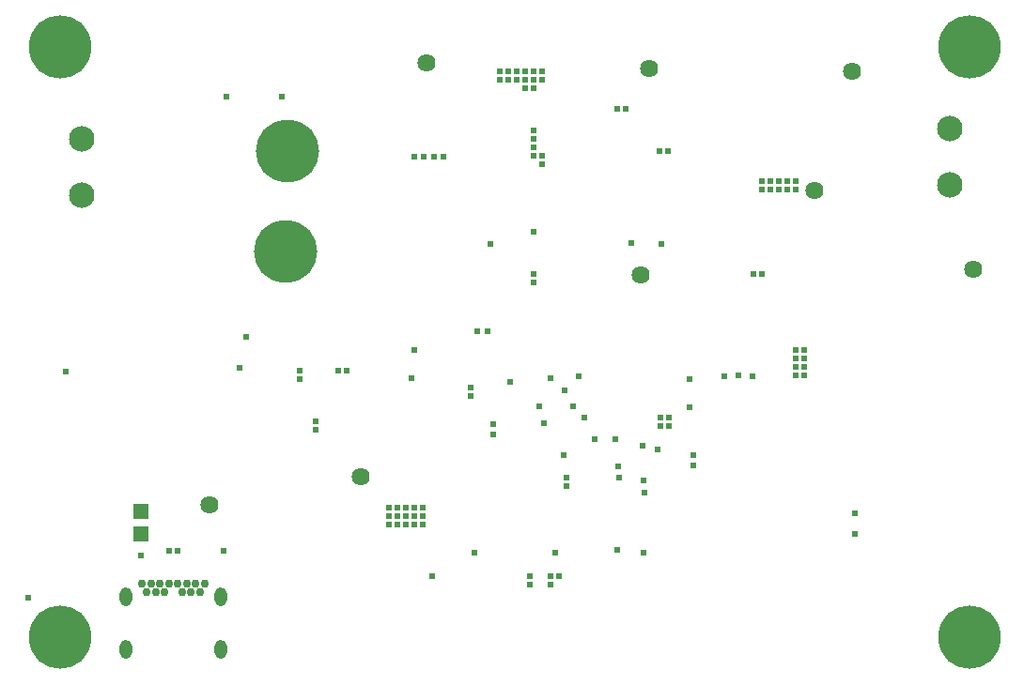
<source format=gbr>
G04*
G04 #@! TF.GenerationSoftware,Altium Limited,Altium Designer,24.2.2 (26)*
G04*
G04 Layer_Color=16711935*
%FSLAX44Y44*%
%MOMM*%
G71*
G04*
G04 #@! TF.SameCoordinates,8E206BF5-5000-4682-9AB4-4AEA4F1FC2D2*
G04*
G04*
G04 #@! TF.FilePolarity,Negative*
G04*
G01*
G75*
%ADD85C,1.6256*%
%ADD86C,2.3016*%
%ADD87O,1.1016X1.7016*%
%ADD88C,0.7516*%
%ADD89O,5.7016X5.6016*%
%ADD90O,5.6016X5.7016*%
%ADD91C,0.6096*%
%ADD106R,1.3716X1.3716*%
D85*
X828040Y631190D02*
D03*
X635000Y822960D02*
D03*
X835660Y817880D02*
D03*
X984250Y707390D02*
D03*
X1127760Y636270D02*
D03*
X1018540Y815340D02*
D03*
X575310Y449580D02*
D03*
X439420Y424180D02*
D03*
D86*
X1106170Y712470D02*
D03*
Y763270D02*
D03*
X323850Y754380D02*
D03*
Y703580D02*
D03*
D87*
X449480Y293790D02*
D03*
X364080D02*
D03*
Y341090D02*
D03*
X449480D02*
D03*
D88*
X402780Y352590D02*
D03*
X398780Y345590D02*
D03*
X394780Y352590D02*
D03*
X386780D02*
D03*
X378780D02*
D03*
X390780Y345590D02*
D03*
X382780D02*
D03*
X430780D02*
D03*
X422780D02*
D03*
X434780Y352590D02*
D03*
X426780D02*
D03*
X418780D02*
D03*
X414780Y345590D02*
D03*
X410780Y352590D02*
D03*
D89*
X509270Y742950D02*
D03*
X508000Y652780D02*
D03*
D90*
X304800Y304800D02*
D03*
Y836930D02*
D03*
X1123950D02*
D03*
Y304800D02*
D03*
D91*
X739140Y739140D02*
D03*
Y731520D02*
D03*
X731520Y762000D02*
D03*
Y754380D02*
D03*
Y746760D02*
D03*
Y739140D02*
D03*
X694690Y487680D02*
D03*
Y496570D02*
D03*
X554990Y544830D02*
D03*
X562610D02*
D03*
X534670Y491490D02*
D03*
X631190Y406400D02*
D03*
X806450Y383540D02*
D03*
X807720Y458470D02*
D03*
X804799Y483540D02*
D03*
X1021080Y397510D02*
D03*
Y416560D02*
D03*
X843280Y473710D02*
D03*
X830580Y445770D02*
D03*
X831290Y435163D02*
D03*
X760730Y440690D02*
D03*
Y448310D02*
D03*
X410590Y382270D02*
D03*
X402970D02*
D03*
X853440Y502920D02*
D03*
Y495300D02*
D03*
X845820Y502920D02*
D03*
Y495300D02*
D03*
X631190Y421640D02*
D03*
Y414020D02*
D03*
X623570Y421640D02*
D03*
Y414020D02*
D03*
Y406400D02*
D03*
X615950Y421640D02*
D03*
Y414020D02*
D03*
Y406400D02*
D03*
X608330Y421640D02*
D03*
Y414020D02*
D03*
Y406400D02*
D03*
X600710Y421640D02*
D03*
Y414020D02*
D03*
Y406400D02*
D03*
X727710Y351790D02*
D03*
Y359410D02*
D03*
X754380D02*
D03*
X746760D02*
D03*
Y351790D02*
D03*
X740410Y497840D02*
D03*
X759460Y527050D02*
D03*
X709930Y534670D02*
D03*
X674370Y529590D02*
D03*
Y521970D02*
D03*
X621030Y538480D02*
D03*
X623570Y563880D02*
D03*
X466090Y547370D02*
D03*
X534670Y499110D02*
D03*
X520700Y537210D02*
D03*
Y544830D02*
D03*
X472440Y575310D02*
D03*
X975360Y563880D02*
D03*
Y556260D02*
D03*
Y548640D02*
D03*
Y541020D02*
D03*
X967740Y563880D02*
D03*
Y556260D02*
D03*
Y548640D02*
D03*
Y541020D02*
D03*
X915670D02*
D03*
X967740Y716280D02*
D03*
Y708660D02*
D03*
X960120Y716280D02*
D03*
Y708660D02*
D03*
X952500Y716280D02*
D03*
Y708660D02*
D03*
X944880Y716280D02*
D03*
Y708660D02*
D03*
X937260Y716280D02*
D03*
Y708660D02*
D03*
Y632460D02*
D03*
X929640D02*
D03*
X829534Y477296D02*
D03*
X758520Y468630D02*
D03*
X786753Y483556D02*
D03*
X808660Y448310D02*
D03*
X772160Y539750D02*
D03*
X746760Y538480D02*
D03*
X777240Y502920D02*
D03*
X767080Y513080D02*
D03*
X736600D02*
D03*
X650240Y737870D02*
D03*
X641350D02*
D03*
X632460D02*
D03*
X623570D02*
D03*
X692150Y659130D02*
D03*
X852170Y742950D02*
D03*
X844550D02*
D03*
X819150Y660400D02*
D03*
X814070Y781050D02*
D03*
X806450D02*
D03*
X846811Y659335D02*
D03*
X739140Y815340D02*
D03*
Y807720D02*
D03*
X731520Y815340D02*
D03*
Y807720D02*
D03*
Y800100D02*
D03*
Y670560D02*
D03*
Y632460D02*
D03*
Y624840D02*
D03*
X723900Y815340D02*
D03*
Y807720D02*
D03*
Y800100D02*
D03*
X716280Y815340D02*
D03*
Y807720D02*
D03*
X708660Y815340D02*
D03*
Y807720D02*
D03*
X701040Y815340D02*
D03*
Y807720D02*
D03*
X504490Y792780D02*
D03*
X689610Y580390D02*
D03*
X928370Y539750D02*
D03*
X872236Y537210D02*
D03*
Y512490D02*
D03*
X751078Y381254D02*
D03*
X678180D02*
D03*
X875030Y468630D02*
D03*
Y459740D02*
D03*
X902970Y539750D02*
D03*
X830580Y381000D02*
D03*
X309601Y544161D02*
D03*
X275590Y340360D02*
D03*
X640080Y359410D02*
D03*
X452120Y382270D02*
D03*
X377190Y378460D02*
D03*
X680720Y580390D02*
D03*
X454660Y792480D02*
D03*
D106*
X377190Y397510D02*
D03*
Y417830D02*
D03*
M02*

</source>
